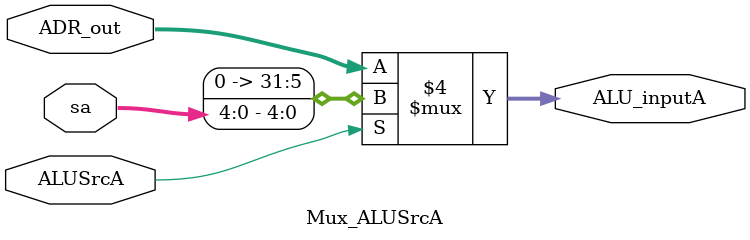
<source format=v>
`timescale 1ns / 1ps


module Mux_ALUSrcA(
    input [31:0] ADR_out,
    input ALUSrcA,
    input [4:0] sa,
    output reg [31:0] ALU_inputA
    );
    
    always@ (*) begin
            if( ALUSrcA == 1)
                ALU_inputA = {27'b000000000000000000000000000, sa};
            else
                ALU_inputA = ADR_out;
    end
    
endmodule

</source>
